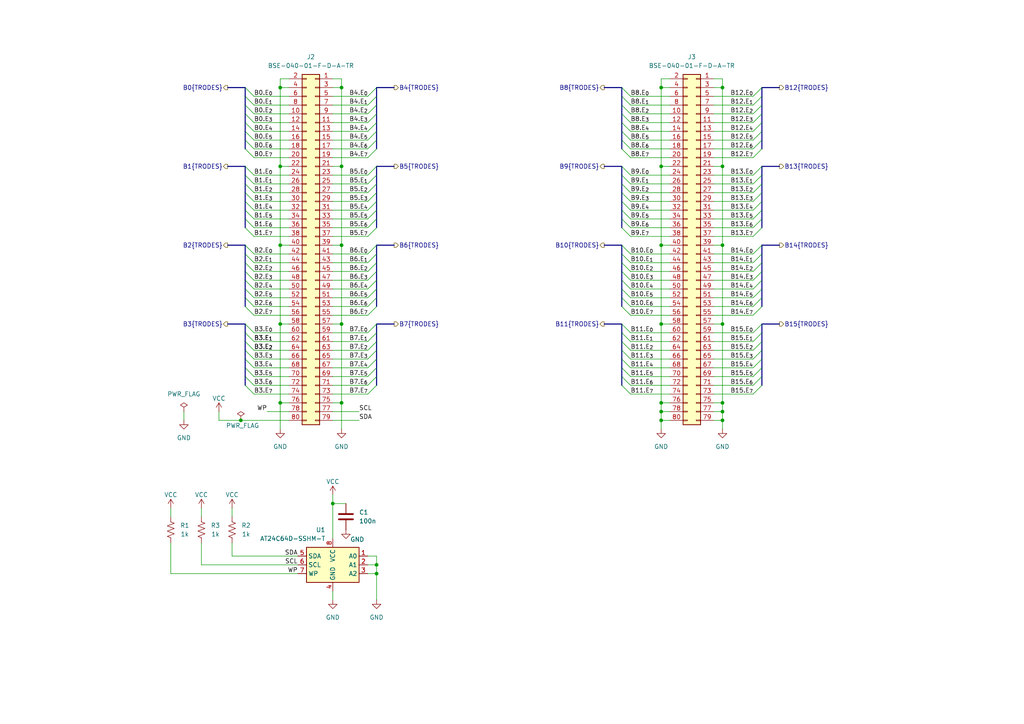
<source format=kicad_sch>
(kicad_sch (version 20250114) (generator "eeschema") (generator_version "9.0")
  (paper "A4")
  (title_block (title "Ephys Test Module - 128 Channel (Dual Hirose DF40C)") (date "2025-04-07") (rev "A") (company "Open Ephys, Inc."))
  (lib_symbols
    (symbol "Connector_Generic:Conn_02x40_Odd_Even" (pin_names (offset 1.016) (hide yes))
      (property "Reference" "J" (at 1.27 50.8 0))
      (property "Value" "Conn_02x40_Odd_Even" (at 1.27 -53.34 0))
      (symbol "Conn_02x40_Odd_Even_1_1"
        (pin passive line (at -5.08 48.26 0) (length 3.81) (name "Pin_1") (number "1"))
        (pin passive line (at -5.08 45.72 0) (length 3.81) (name "Pin_3") (number "3"))
        (pin passive line (at -5.08 43.18 0) (length 3.81) (name "Pin_5") (number "5"))
        (pin passive line (at -5.08 40.64 0) (length 3.81) (name "Pin_7") (number "7"))
        (pin passive line (at -5.08 38.1 0) (length 3.81) (name "Pin_9") (number "9"))
        (pin passive line (at -5.08 35.56 0) (length 3.81) (name "Pin_11") (number "11"))
        (pin passive line (at -5.08 33.02 0) (length 3.81) (name "Pin_13") (number "13"))
        (pin passive line (at -5.08 30.48 0) (length 3.81) (name "Pin_15") (number "15"))
        (pin passive line (at -5.08 27.94 0) (length 3.81) (name "Pin_17") (number "17"))
        (pin passive line (at -5.08 25.4 0) (length 3.81) (name "Pin_19") (number "19"))
        (pin passive line (at -5.08 22.86 0) (length 3.81) (name "Pin_21") (number "21"))
        (pin passive line (at -5.08 20.32 0) (length 3.81) (name "Pin_23") (number "23"))
        (pin passive line (at -5.08 17.78 0) (length 3.81) (name "Pin_25") (number "25"))
        (pin passive line (at -5.08 15.24 0) (length 3.81) (name "Pin_27") (number "27"))
        (pin passive line (at -5.08 12.7 0) (length 3.81) (name "Pin_29") (number "29"))
        (pin passive line (at -5.08 10.16 0) (length 3.81) (name "Pin_31") (number "31"))
        (pin passive line (at -5.08 7.62 0) (length 3.81) (name "Pin_33") (number "33"))
        (pin passive line (at -5.08 5.08 0) (length 3.81) (name "Pin_35") (number "35"))
        (pin passive line (at -5.08 2.54 0) (length 3.81) (name "Pin_37") (number "37"))
        (pin passive line (at -5.08 0 0) (length 3.81) (name "Pin_39") (number "39"))
        (pin passive line (at -5.08 -2.54 0) (length 3.81) (name "Pin_41") (number "41"))
        (pin passive line (at -5.08 -5.08 0) (length 3.81) (name "Pin_43") (number "43"))
        (pin passive line (at -5.08 -7.62 0) (length 3.81) (name "Pin_45") (number "45"))
        (pin passive line (at -5.08 -10.16 0) (length 3.81) (name "Pin_47") (number "47"))
        (pin passive line (at -5.08 -12.7 0) (length 3.81) (name "Pin_49") (number "49"))
        (pin passive line (at -5.08 -15.24 0) (length 3.81) (name "Pin_51") (number "51"))
        (pin passive line (at -5.08 -17.78 0) (length 3.81) (name "Pin_53") (number "53"))
        (pin passive line (at -5.08 -20.32 0) (length 3.81) (name "Pin_55") (number "55"))
        (pin passive line (at -5.08 -22.86 0) (length 3.81) (name "Pin_57") (number "57"))
        (pin passive line (at -5.08 -25.4 0) (length 3.81) (name "Pin_59") (number "59"))
        (pin passive line (at -5.08 -27.94 0) (length 3.81) (name "Pin_61") (number "61"))
        (pin passive line (at -5.08 -30.48 0) (length 3.81) (name "Pin_63") (number "63"))
        (pin passive line (at -5.08 -33.02 0) (length 3.81) (name "Pin_65") (number "65"))
        (pin passive line (at -5.08 -35.56 0) (length 3.81) (name "Pin_67") (number "67"))
        (pin passive line (at -5.08 -38.1 0) (length 3.81) (name "Pin_69") (number "69"))
        (pin passive line (at -5.08 -40.64 0) (length 3.81) (name "Pin_71") (number "71"))
        (pin passive line (at -5.08 -43.18 0) (length 3.81) (name "Pin_73") (number "73"))
        (pin passive line (at -5.08 -45.72 0) (length 3.81) (name "Pin_75") (number "75"))
        (pin passive line (at -5.08 -48.26 0) (length 3.81) (name "Pin_77") (number "77"))
        (pin passive line (at -5.08 -50.8 0) (length 3.81) (name "Pin_79") (number "79"))
        (pin passive line (at 7.62 48.26 180) (length 3.81) (name "Pin_2") (number "2"))
        (pin passive line (at 7.62 45.72 180) (length 3.81) (name "Pin_4") (number "4"))
        (pin passive line (at 7.62 43.18 180) (length 3.81) (name "Pin_6") (number "6"))
        (pin passive line (at 7.62 40.64 180) (length 3.81) (name "Pin_8") (number "8"))
        (pin passive line (at 7.62 38.1 180) (length 3.81) (name "Pin_10") (number "10"))
        (pin passive line (at 7.62 35.56 180) (length 3.81) (name "Pin_12") (number "12"))
        (pin passive line (at 7.62 33.02 180) (length 3.81) (name "Pin_14") (number "14"))
        (pin passive line (at 7.62 30.48 180) (length 3.81) (name "Pin_16") (number "16"))
        (pin passive line (at 7.62 27.94 180) (length 3.81) (name "Pin_18") (number "18"))
        (pin passive line (at 7.62 25.4 180) (length 3.81) (name "Pin_20") (number "20"))
        (pin passive line (at 7.62 22.86 180) (length 3.81) (name "Pin_22") (number "22"))
        (pin passive line (at 7.62 20.32 180) (length 3.81) (name "Pin_24") (number "24"))
        (pin passive line (at 7.62 17.78 180) (length 3.81) (name "Pin_26") (number "26"))
        (pin passive line (at 7.62 15.24 180) (length 3.81) (name "Pin_28") (number "28"))
        (pin passive line (at 7.62 12.7 180) (length 3.81) (name "Pin_30") (number "30"))
        (pin passive line (at 7.62 10.16 180) (length 3.81) (name "Pin_32") (number "32"))
        (pin passive line (at 7.62 7.62 180) (length 3.81) (name "Pin_34") (number "34"))
        (pin passive line (at 7.62 5.08 180) (length 3.81) (name "Pin_36") (number "36"))
        (pin passive line (at 7.62 2.54 180) (length 3.81) (name "Pin_38") (number "38"))
        (pin passive line (at 7.62 0 180) (length 3.81) (name "Pin_40") (number "40"))
        (pin passive line (at 7.62 -2.54 180) (length 3.81) (name "Pin_42") (number "42"))
        (pin passive line (at 7.62 -5.08 180) (length 3.81) (name "Pin_44") (number "44"))
        (pin passive line (at 7.62 -7.62 180) (length 3.81) (name "Pin_46") (number "46"))
        (pin passive line (at 7.62 -10.16 180) (length 3.81) (name "Pin_48") (number "48"))
        (pin passive line (at 7.62 -12.7 180) (length 3.81) (name "Pin_50") (number "50"))
        (pin passive line (at 7.62 -15.24 180) (length 3.81) (name "Pin_52") (number "52"))
        (pin passive line (at 7.62 -17.78 180) (length 3.81) (name "Pin_54") (number "54"))
        (pin passive line (at 7.62 -20.32 180) (length 3.81) (name "Pin_56") (number "56"))
        (pin passive line (at 7.62 -22.86 180) (length 3.81) (name "Pin_58") (number "58"))
        (pin passive line (at 7.62 -25.4 180) (length 3.81) (name "Pin_60") (number "60"))
        (pin passive line (at 7.62 -27.94 180) (length 3.81) (name "Pin_62") (number "62"))
        (pin passive line (at 7.62 -30.48 180) (length 3.81) (name "Pin_64") (number "64"))
        (pin passive line (at 7.62 -33.02 180) (length 3.81) (name "Pin_66") (number "66"))
        (pin passive line (at 7.62 -35.56 180) (length 3.81) (name "Pin_68") (number "68"))
        (pin passive line (at 7.62 -38.1 180) (length 3.81) (name "Pin_70") (number "70"))
        (pin passive line (at 7.62 -40.64 180) (length 3.81) (name "Pin_72") (number "72"))
        (pin passive line (at 7.62 -43.18 180) (length 3.81) (name "Pin_74") (number "74"))
        (pin passive line (at 7.62 -45.72 180) (length 3.81) (name "Pin_76") (number "76"))
        (pin passive line (at 7.62 -48.26 180) (length 3.81) (name "Pin_78") (number "78"))
        (pin passive line (at 7.62 -50.8 180) (length 3.81) (name "Pin_80") (number "80"))
      )
    )
    (symbol "Device:C" (pin_numbers (hide yes)) (pin_names (offset 0.254))
      (property "Reference" "C" (at 0.635 2.54 0))
      (property "Value" "C" (at 0.635 -2.54 0))
      (symbol "C_1_1"
        (pin passive line (at 0 3.81 270) (length 2.794) (name "~") (number "1"))
        (pin passive line (at 0 -3.81 90) (length 2.794) (name "~") (number "2"))
      )
    )
    (symbol "Device:R_US" (pin_numbers (hide yes)) (pin_names (offset 0))
      (property "Reference" "R" (at 2.54 0 90))
      (property "Value" "R_US" (at -2.54 0 90))
      (symbol "R_US_1_1"
        (pin passive line (at 0 3.81 270) (length 1.27) (name "~") (number "1"))
        (pin passive line (at 0 -3.81 90) (length 1.27) (name "~") (number "2"))
      )
    )
    (symbol "Memory_EEPROM:AT24CS01-SSHM"
      (property "Reference" "U" (at -7.62 6.35 0))
      (property "Value" "AT24CS01-SSHM" (at 2.54 -6.35 0))
      (symbol "AT24CS01-SSHM_1_1"
        (pin input line (at -10.16 2.54 0) (length 2.54) (name "A0") (number "1"))
        (pin input line (at -10.16 0 0) (length 2.54) (name "A1") (number "2"))
        (pin input line (at -10.16 -2.54 0) (length 2.54) (name "A2") (number "3"))
        (pin power_in line (at 0 7.62 270) (length 2.54) (name "VCC") (number "8"))
        (pin power_in line (at 0 -7.62 90) (length 2.54) (name "GND") (number "4"))
        (pin bidirectional line (at 10.16 2.54 180) (length 2.54) (name "SDA") (number "5"))
        (pin input line (at 10.16 0 180) (length 2.54) (name "SCL") (number "6"))
        (pin input line (at 10.16 -2.54 180) (length 2.54) (name "WP") (number "7"))
      )
    )
    (symbol "power:GND" (power) (pin_numbers (hide yes)) (pin_names (offset 0) (hide yes))
      (property "Value" "GND" (at 0 -3.81 0))
      (symbol "GND_1_1"
        (pin power_in line (at 0 0 270) (length 0) (name "~") (number "1"))
      )
    )
    (symbol "power:PWR_FLAG" (power) (pin_numbers (hide yes)) (pin_names (offset 0) (hide yes))
      (property "Value" "PWR_FLAG" (at 0 3.81 0))
      (symbol "PWR_FLAG_0_0"
        (pin power_out line (at 0 0 90) (length 0) (name "~") (number "1"))
      )
    )
    (symbol "power:VCC" (power) (pin_numbers (hide yes)) (pin_names (offset 0) (hide yes))
      (property "Value" "VCC" (at 0 3.556 0))
      (symbol "VCC_1_1"
        (pin power_in line (at 0 0 90) (length 0) (name "~") (number "1"))
      )
    )
  )
  (bus_alias "TRODES" (members "E_{0}" "E_{1}" "E_{2}" "E_{3}" "E_{4}" "E_{5}" "E_{6}" "E_{7}"))
  (junction (at 81.28 93.98))
  (junction (at 99.06 93.98))
  (junction (at 209.55 116.84))
  (junction (at 99.06 71.12))
  (junction (at 191.77 25.4))
  (junction (at 191.77 116.84))
  (junction (at 109.22 163.83))
  (junction (at 191.77 119.38))
  (junction (at 81.28 25.4))
  (junction (at 191.77 71.12))
  (junction (at 81.28 48.26))
  (junction (at 69.85 121.92))
  (junction (at 99.06 116.84))
  (junction (at 209.55 25.4))
  (junction (at 81.28 71.12))
  (junction (at 209.55 121.92))
  (junction (at 99.06 48.26))
  (junction (at 191.77 48.26))
  (junction (at 96.52 146.05))
  (junction (at 99.06 25.4))
  (junction (at 191.77 121.92))
  (junction (at 209.55 71.12))
  (junction (at 81.28 116.84))
  (junction (at 109.22 166.37))
  (junction (at 209.55 119.38))
  (junction (at 209.55 48.26))
  (junction (at 191.77 93.98))
  (junction (at 209.55 93.98))
  (bus_entry (at 71.12 96.52) (size 2.54 2.54))
  (bus_entry (at 220.98 106.68) (size -2.54 2.54))
  (bus_entry (at 109.22 104.14) (size -2.54 2.54))
  (bus_entry (at 109.22 88.9) (size -2.54 2.54))
  (bus_entry (at 220.98 40.64) (size -2.54 2.54))
  (bus_entry (at 220.98 58.42) (size -2.54 2.54))
  (bus_entry (at 71.12 93.98) (size 2.54 2.54))
  (bus_entry (at 109.22 58.42) (size -2.54 2.54))
  (bus_entry (at 220.98 63.5) (size -2.54 2.54))
  (bus_entry (at 180.34 99.06) (size 2.54 2.54))
  (bus_entry (at 180.34 33.02) (size 2.54 2.54))
  (bus_entry (at 71.12 66.04) (size 2.54 2.54))
  (bus_entry (at 220.98 25.4) (size -2.54 2.54))
  (bus_entry (at 109.22 83.82) (size -2.54 2.54))
  (bus_entry (at 180.34 25.4) (size 2.54 2.54))
  (bus_entry (at 220.98 50.8) (size -2.54 2.54))
  (bus_entry (at 180.34 43.18) (size 2.54 2.54))
  (bus_entry (at 109.22 30.48) (size -2.54 2.54))
  (bus_entry (at 220.98 35.56) (size -2.54 2.54))
  (bus_entry (at 109.22 40.64) (size -2.54 2.54))
  (bus_entry (at 180.34 58.42) (size 2.54 2.54))
  (bus_entry (at 180.34 60.96) (size 2.54 2.54))
  (bus_entry (at 180.34 71.12) (size 2.54 2.54))
  (bus_entry (at 180.34 88.9) (size 2.54 2.54))
  (bus_entry (at 180.34 48.26) (size 2.54 2.54))
  (bus_entry (at 109.22 86.36) (size -2.54 2.54))
  (bus_entry (at 109.22 53.34) (size -2.54 2.54))
  (bus_entry (at 109.22 93.98) (size -2.54 2.54))
  (bus_entry (at 220.98 86.36) (size -2.54 2.54))
  (bus_entry (at 180.34 104.14) (size 2.54 2.54))
  (bus_entry (at 71.12 76.2) (size 2.54 2.54))
  (bus_entry (at 180.34 109.22) (size 2.54 2.54))
  (bus_entry (at 109.22 43.18) (size -2.54 2.54))
  (bus_entry (at 180.34 73.66) (size 2.54 2.54))
  (bus_entry (at 71.12 38.1) (size 2.54 2.54))
  (bus_entry (at 71.12 50.8) (size 2.54 2.54))
  (bus_entry (at 180.34 27.94) (size 2.54 2.54))
  (bus_entry (at 109.22 35.56) (size -2.54 2.54))
  (bus_entry (at 220.98 27.94) (size -2.54 2.54))
  (bus_entry (at 180.34 78.74) (size 2.54 2.54))
  (bus_entry (at 180.34 50.8) (size 2.54 2.54))
  (bus_entry (at 71.12 99.06) (size 2.54 2.54))
  (bus_entry (at 220.98 99.06) (size -2.54 2.54))
  (bus_entry (at 220.98 76.2) (size -2.54 2.54))
  (bus_entry (at 71.12 25.4) (size 2.54 2.54))
  (bus_entry (at 109.22 78.74) (size -2.54 2.54))
  (bus_entry (at 220.98 101.6) (size -2.54 2.54))
  (bus_entry (at 109.22 73.66) (size -2.54 2.54))
  (bus_entry (at 71.12 63.5) (size 2.54 2.54))
  (bus_entry (at 220.98 88.9) (size -2.54 2.54))
  (bus_entry (at 109.22 27.94) (size -2.54 2.54))
  (bus_entry (at 180.34 93.98) (size 2.54 2.54))
  (bus_entry (at 109.22 60.96) (size -2.54 2.54))
  (bus_entry (at 109.22 55.88) (size -2.54 2.54))
  (bus_entry (at 180.34 53.34) (size 2.54 2.54))
  (bus_entry (at 71.12 43.18) (size 2.54 2.54))
  (bus_entry (at 180.34 83.82) (size 2.54 2.54))
  (bus_entry (at 71.12 88.9) (size 2.54 2.54))
  (bus_entry (at 220.98 66.04) (size -2.54 2.54))
  (bus_entry (at 180.34 66.04) (size 2.54 2.54))
  (bus_entry (at 109.22 76.2) (size -2.54 2.54))
  (bus_entry (at 109.22 106.68) (size -2.54 2.54))
  (bus_entry (at 71.12 81.28) (size 2.54 2.54))
  (bus_entry (at 71.12 35.56) (size 2.54 2.54))
  (bus_entry (at 180.34 106.68) (size 2.54 2.54))
  (bus_entry (at 71.12 40.64) (size 2.54 2.54))
  (bus_entry (at 109.22 71.12) (size -2.54 2.54))
  (bus_entry (at 71.12 48.26) (size 2.54 2.54))
  (bus_entry (at 109.22 111.76) (size -2.54 2.54))
  (bus_entry (at 71.12 111.76) (size 2.54 2.54))
  (bus_entry (at 109.22 25.4) (size -2.54 2.54))
  (bus_entry (at 71.12 83.82) (size 2.54 2.54))
  (bus_entry (at 220.98 53.34) (size -2.54 2.54))
  (bus_entry (at 109.22 81.28) (size -2.54 2.54))
  (bus_entry (at 71.12 58.42) (size 2.54 2.54))
  (bus_entry (at 220.98 30.48) (size -2.54 2.54))
  (bus_entry (at 71.12 27.94) (size 2.54 2.54))
  (bus_entry (at 109.22 50.8) (size -2.54 2.54))
  (bus_entry (at 220.98 73.66) (size -2.54 2.54))
  (bus_entry (at 109.22 109.22) (size -2.54 2.54))
  (bus_entry (at 71.12 71.12) (size 2.54 2.54))
  (bus_entry (at 109.22 101.6) (size -2.54 2.54))
  (bus_entry (at 220.98 83.82) (size -2.54 2.54))
  (bus_entry (at 180.34 40.64) (size 2.54 2.54))
  (bus_entry (at 180.34 81.28) (size 2.54 2.54))
  (bus_entry (at 109.22 63.5) (size -2.54 2.54))
  (bus_entry (at 180.34 55.88) (size 2.54 2.54))
  (bus_entry (at 220.98 33.02) (size -2.54 2.54))
  (bus_entry (at 220.98 93.98) (size -2.54 2.54))
  (bus_entry (at 180.34 38.1) (size 2.54 2.54))
  (bus_entry (at 220.98 111.76) (size -2.54 2.54))
  (bus_entry (at 220.98 38.1) (size -2.54 2.54))
  (bus_entry (at 220.98 96.52) (size -2.54 2.54))
  (bus_entry (at 71.12 60.96) (size 2.54 2.54))
  (bus_entry (at 71.12 86.36) (size 2.54 2.54))
  (bus_entry (at 109.22 33.02) (size -2.54 2.54))
  (bus_entry (at 220.98 60.96) (size -2.54 2.54))
  (bus_entry (at 109.22 66.04) (size -2.54 2.54))
  (bus_entry (at 220.98 78.74) (size -2.54 2.54))
  (bus_entry (at 180.34 96.52) (size 2.54 2.54))
  (bus_entry (at 71.12 78.74) (size 2.54 2.54))
  (bus_entry (at 180.34 101.6) (size 2.54 2.54))
  (bus_entry (at 71.12 30.48) (size 2.54 2.54))
  (bus_entry (at 71.12 53.34) (size 2.54 2.54))
  (bus_entry (at 220.98 55.88) (size -2.54 2.54))
  (bus_entry (at 180.34 111.76) (size 2.54 2.54))
  (bus_entry (at 71.12 101.6) (size 2.54 2.54))
  (bus_entry (at 180.34 35.56) (size 2.54 2.54))
  (bus_entry (at 180.34 63.5) (size 2.54 2.54))
  (bus_entry (at 180.34 86.36) (size 2.54 2.54))
  (bus_entry (at 109.22 99.06) (size -2.54 2.54))
  (bus_entry (at 220.98 48.26) (size -2.54 2.54))
  (bus_entry (at 220.98 104.14) (size -2.54 2.54))
  (bus_entry (at 220.98 71.12) (size -2.54 2.54))
  (bus_entry (at 220.98 109.22) (size -2.54 2.54))
  (bus_entry (at 109.22 38.1) (size -2.54 2.54))
  (bus_entry (at 71.12 106.68) (size 2.54 2.54))
  (bus_entry (at 71.12 55.88) (size 2.54 2.54))
  (bus_entry (at 71.12 104.14) (size 2.54 2.54))
  (bus_entry (at 220.98 43.18) (size -2.54 2.54))
  (bus_entry (at 71.12 109.22) (size 2.54 2.54))
  (bus_entry (at 109.22 96.52) (size -2.54 2.54))
  (bus_entry (at 180.34 30.48) (size 2.54 2.54))
  (bus_entry (at 71.12 33.02) (size 2.54 2.54))
  (bus_entry (at 109.22 48.26) (size -2.54 2.54))
  (bus_entry (at 71.12 73.66) (size 2.54 2.54))
  (bus_entry (at 220.98 81.28) (size -2.54 2.54))
  (bus_entry (at 180.34 76.2) (size 2.54 2.54))
  (wire (pts (xy 191.77 71.12) (xy 191.77 93.98)))
  (wire (pts (xy 96.52 83.82) (xy 106.68 83.82)))
  (wire (pts (xy 96.52 93.98) (xy 99.06 93.98)))
  (wire (pts (xy 73.66 55.88) (xy 83.82 55.88)))
  (wire (pts (xy 99.06 93.98) (xy 99.06 116.84)))
  (wire (pts (xy 191.77 119.38) (xy 191.77 121.92)))
  (bus (pts (xy 109.22 101.6) (xy 109.22 104.14)))
  (wire (pts (xy 207.01 83.82) (xy 218.44 83.82)))
  (wire (pts (xy 207.01 76.2) (xy 218.44 76.2)))
  (wire (pts (xy 182.88 114.3) (xy 194.31 114.3)))
  (bus (pts (xy 180.34 53.34) (xy 180.34 55.88)))
  (bus (pts (xy 71.12 40.64) (xy 71.12 43.18)))
  (wire (pts (xy 182.88 55.88) (xy 194.31 55.88)))
  (wire (pts (xy 182.88 38.1) (xy 194.31 38.1)))
  (bus (pts (xy 109.22 60.96) (xy 109.22 63.5)))
  (wire (pts (xy 191.77 71.12) (xy 194.31 71.12)))
  (wire (pts (xy 73.66 58.42) (xy 83.82 58.42)))
  (wire (pts (xy 96.52 76.2) (xy 106.68 76.2)))
  (bus (pts (xy 109.22 109.22) (xy 109.22 111.76)))
  (wire (pts (xy 209.55 116.84) (xy 209.55 119.38)))
  (bus (pts (xy 180.34 99.06) (xy 180.34 101.6)))
  (bus (pts (xy 180.34 83.82) (xy 180.34 86.36)))
  (wire (pts (xy 182.88 35.56) (xy 194.31 35.56)))
  (wire (pts (xy 207.01 22.86) (xy 209.55 22.86)))
  (wire (pts (xy 96.52 78.74) (xy 106.68 78.74)))
  (bus (pts (xy 220.98 81.28) (xy 220.98 83.82)))
  (bus (pts (xy 114.3 71.12) (xy 109.22 71.12)))
  (wire (pts (xy 182.88 58.42) (xy 194.31 58.42)))
  (wire (pts (xy 96.52 106.68) (xy 106.68 106.68)))
  (wire (pts (xy 191.77 121.92) (xy 191.77 124.46)))
  (wire (pts (xy 81.28 22.86) (xy 81.28 25.4)))
  (wire (pts (xy 96.52 38.1) (xy 106.68 38.1)))
  (wire (pts (xy 81.28 93.98) (xy 81.28 116.84)))
  (wire (pts (xy 207.01 27.94) (xy 218.44 27.94)))
  (wire (pts (xy 207.01 73.66) (xy 218.44 73.66)))
  (bus (pts (xy 71.12 76.2) (xy 71.12 78.74)))
  (wire (pts (xy 182.88 63.5) (xy 194.31 63.5)))
  (wire (pts (xy 96.52 99.06) (xy 106.68 99.06)))
  (bus (pts (xy 109.22 48.26) (xy 109.22 50.8)))
  (wire (pts (xy 207.01 71.12) (xy 209.55 71.12)))
  (wire (pts (xy 182.88 106.68) (xy 194.31 106.68)))
  (wire (pts (xy 73.66 81.28) (xy 83.82 81.28)))
  (bus (pts (xy 71.12 106.68) (xy 71.12 109.22)))
  (bus (pts (xy 71.12 58.42) (xy 71.12 60.96)))
  (wire (pts (xy 96.52 63.5) (xy 106.68 63.5)))
  (wire (pts (xy 207.01 106.68) (xy 218.44 106.68)))
  (wire (pts (xy 58.42 157.48) (xy 58.42 163.83)))
  (wire (pts (xy 191.77 25.4) (xy 191.77 48.26)))
  (wire (pts (xy 96.52 48.26) (xy 99.06 48.26)))
  (wire (pts (xy 182.88 104.14) (xy 194.31 104.14)))
  (bus (pts (xy 66.04 25.4) (xy 71.12 25.4)))
  (bus (pts (xy 226.06 25.4) (xy 220.98 25.4)))
  (wire (pts (xy 191.77 48.26) (xy 194.31 48.26)))
  (wire (pts (xy 96.52 66.04) (xy 106.68 66.04)))
  (wire (pts (xy 73.66 78.74) (xy 83.82 78.74)))
  (bus (pts (xy 180.34 58.42) (xy 180.34 60.96)))
  (wire (pts (xy 191.77 116.84) (xy 191.77 119.38)))
  (wire (pts (xy 81.28 71.12) (xy 83.82 71.12)))
  (wire (pts (xy 73.66 33.02) (xy 83.82 33.02)))
  (bus (pts (xy 71.12 50.8) (xy 71.12 53.34)))
  (wire (pts (xy 182.88 33.02) (xy 194.31 33.02)))
  (wire (pts (xy 96.52 111.76) (xy 106.68 111.76)))
  (bus (pts (xy 220.98 63.5) (xy 220.98 66.04)))
  (wire (pts (xy 106.68 163.83) (xy 109.22 163.83)))
  (wire (pts (xy 182.88 50.8) (xy 194.31 50.8)))
  (bus (pts (xy 109.22 73.66) (xy 109.22 76.2)))
  (wire (pts (xy 182.88 86.36) (xy 194.31 86.36)))
  (bus (pts (xy 180.34 25.4) (xy 180.34 27.94)))
  (wire (pts (xy 209.55 93.98) (xy 209.55 116.84)))
  (bus (pts (xy 109.22 30.48) (xy 109.22 33.02)))
  (bus (pts (xy 226.06 48.26) (xy 220.98 48.26)))
  (wire (pts (xy 81.28 25.4) (xy 81.28 48.26)))
  (bus (pts (xy 180.34 93.98) (xy 180.34 96.52)))
  (wire (pts (xy 96.52 50.8) (xy 106.68 50.8)))
  (bus (pts (xy 66.04 93.98) (xy 71.12 93.98)))
  (wire (pts (xy 73.66 114.3) (xy 83.82 114.3)))
  (wire (pts (xy 96.52 88.9) (xy 106.68 88.9)))
  (bus (pts (xy 220.98 73.66) (xy 220.98 76.2)))
  (bus (pts (xy 71.12 55.88) (xy 71.12 58.42)))
  (wire (pts (xy 96.52 25.4) (xy 99.06 25.4)))
  (bus (pts (xy 109.22 35.56) (xy 109.22 38.1)))
  (wire (pts (xy 73.66 76.2) (xy 83.82 76.2)))
  (wire (pts (xy 96.52 43.18) (xy 106.68 43.18)))
  (wire (pts (xy 73.66 101.6) (xy 83.82 101.6)))
  (bus (pts (xy 109.22 106.68) (xy 109.22 109.22)))
  (wire (pts (xy 182.88 43.18) (xy 194.31 43.18)))
  (bus (pts (xy 109.22 81.28) (xy 109.22 83.82)))
  (bus (pts (xy 180.34 55.88) (xy 180.34 58.42)))
  (wire (pts (xy 73.66 53.34) (xy 83.82 53.34)))
  (wire (pts (xy 73.66 68.58) (xy 83.82 68.58)))
  (wire (pts (xy 53.34 119.38) (xy 53.34 121.92)))
  (wire (pts (xy 96.52 104.14) (xy 106.68 104.14)))
  (wire (pts (xy 207.01 58.42) (xy 218.44 58.42)))
  (bus (pts (xy 109.22 104.14) (xy 109.22 106.68)))
  (wire (pts (xy 96.52 53.34) (xy 106.68 53.34)))
  (wire (pts (xy 96.52 96.52) (xy 106.68 96.52)))
  (wire (pts (xy 96.52 40.64) (xy 106.68 40.64)))
  (wire (pts (xy 96.52 114.3) (xy 106.68 114.3)))
  (wire (pts (xy 207.01 68.58) (xy 218.44 68.58)))
  (bus (pts (xy 220.98 27.94) (xy 220.98 30.48)))
  (bus (pts (xy 109.22 33.02) (xy 109.22 35.56)))
  (wire (pts (xy 207.01 109.22) (xy 218.44 109.22)))
  (wire (pts (xy 96.52 33.02) (xy 106.68 33.02)))
  (wire (pts (xy 73.66 109.22) (xy 83.82 109.22)))
  (wire (pts (xy 73.66 43.18) (xy 83.82 43.18)))
  (bus (pts (xy 180.34 73.66) (xy 180.34 76.2)))
  (bus (pts (xy 71.12 73.66) (xy 71.12 76.2)))
  (wire (pts (xy 182.88 68.58) (xy 194.31 68.58)))
  (wire (pts (xy 73.66 27.94) (xy 83.82 27.94)))
  (bus (pts (xy 109.22 40.64) (xy 109.22 43.18)))
  (wire (pts (xy 73.66 40.64) (xy 83.82 40.64)))
  (wire (pts (xy 83.82 116.84) (xy 81.28 116.84)))
  (bus (pts (xy 109.22 55.88) (xy 109.22 58.42)))
  (wire (pts (xy 49.53 166.37) (xy 86.36 166.37)))
  (wire (pts (xy 73.66 91.44) (xy 83.82 91.44)))
  (bus (pts (xy 71.12 71.12) (xy 71.12 73.66)))
  (wire (pts (xy 58.42 147.32) (xy 58.42 149.86)))
  (bus (pts (xy 109.22 53.34) (xy 109.22 55.88)))
  (bus (pts (xy 109.22 27.94) (xy 109.22 30.48)))
  (wire (pts (xy 209.55 48.26) (xy 209.55 71.12)))
  (bus (pts (xy 180.34 104.14) (xy 180.34 106.68)))
  (wire (pts (xy 63.5 121.92) (xy 63.5 119.38)))
  (bus (pts (xy 180.34 71.12) (xy 180.34 73.66)))
  (wire (pts (xy 182.88 45.72) (xy 194.31 45.72)))
  (wire (pts (xy 96.52 146.05) (xy 100.33 146.05)))
  (bus (pts (xy 220.98 60.96) (xy 220.98 63.5)))
  (bus (pts (xy 180.34 109.22) (xy 180.34 111.76)))
  (bus (pts (xy 71.12 27.94) (xy 71.12 30.48)))
  (bus (pts (xy 114.3 25.4) (xy 109.22 25.4)))
  (wire (pts (xy 73.66 96.52) (xy 83.82 96.52)))
  (wire (pts (xy 81.28 48.26) (xy 81.28 71.12)))
  (wire (pts (xy 49.53 166.37) (xy 49.53 157.48)))
  (wire (pts (xy 209.55 121.92) (xy 209.55 124.46)))
  (wire (pts (xy 96.52 68.58) (xy 106.68 68.58)))
  (bus (pts (xy 175.26 48.26) (xy 180.34 48.26)))
  (wire (pts (xy 73.66 30.48) (xy 83.82 30.48)))
  (bus (pts (xy 114.3 93.98) (xy 109.22 93.98)))
  (wire (pts (xy 182.88 76.2) (xy 194.31 76.2)))
  (bus (pts (xy 180.34 86.36) (xy 180.34 88.9)))
  (wire (pts (xy 207.01 40.64) (xy 218.44 40.64)))
  (bus (pts (xy 71.12 104.14) (xy 71.12 106.68)))
  (bus (pts (xy 71.12 60.96) (xy 71.12 63.5)))
  (wire (pts (xy 207.01 119.38) (xy 209.55 119.38)))
  (bus (pts (xy 180.34 30.48) (xy 180.34 33.02)))
  (wire (pts (xy 209.55 119.38) (xy 209.55 121.92)))
  (wire (pts (xy 96.52 27.94) (xy 106.68 27.94)))
  (bus (pts (xy 71.12 48.26) (xy 71.12 50.8)))
  (bus (pts (xy 180.34 27.94) (xy 180.34 30.48)))
  (wire (pts (xy 73.66 60.96) (xy 83.82 60.96)))
  (bus (pts (xy 109.22 25.4) (xy 109.22 27.94)))
  (wire (pts (xy 191.77 121.92) (xy 194.31 121.92)))
  (bus (pts (xy 71.12 30.48) (xy 71.12 33.02)))
  (wire (pts (xy 96.52 81.28) (xy 106.68 81.28)))
  (bus (pts (xy 71.12 63.5) (xy 71.12 66.04)))
  (bus (pts (xy 220.98 30.48) (xy 220.98 33.02)))
  (wire (pts (xy 191.77 25.4) (xy 194.31 25.4)))
  (wire (pts (xy 207.01 35.56) (xy 218.44 35.56)))
  (wire (pts (xy 96.52 121.92) (xy 104.14 121.92)))
  (bus (pts (xy 180.34 63.5) (xy 180.34 66.04)))
  (wire (pts (xy 73.66 111.76) (xy 83.82 111.76)))
  (wire (pts (xy 207.01 81.28) (xy 218.44 81.28)))
  (wire (pts (xy 207.01 43.18) (xy 218.44 43.18)))
  (bus (pts (xy 220.98 55.88) (xy 220.98 58.42)))
  (wire (pts (xy 77.47 119.38) (xy 83.82 119.38)))
  (wire (pts (xy 73.66 106.68) (xy 83.82 106.68)))
  (bus (pts (xy 109.22 58.42) (xy 109.22 60.96)))
  (bus (pts (xy 66.04 48.26) (xy 71.12 48.26)))
  (bus (pts (xy 109.22 86.36) (xy 109.22 88.9)))
  (bus (pts (xy 109.22 93.98) (xy 109.22 96.52)))
  (wire (pts (xy 69.85 121.92) (xy 63.5 121.92)))
  (wire (pts (xy 73.66 50.8) (xy 83.82 50.8)))
  (wire (pts (xy 58.42 163.83) (xy 86.36 163.83)))
  (wire (pts (xy 207.01 33.02) (xy 218.44 33.02)))
  (bus (pts (xy 226.06 93.98) (xy 220.98 93.98)))
  (wire (pts (xy 109.22 161.29) (xy 109.22 163.83)))
  (bus (pts (xy 71.12 35.56) (xy 71.12 38.1)))
  (bus (pts (xy 71.12 109.22) (xy 71.12 111.76)))
  (wire (pts (xy 81.28 116.84) (xy 81.28 124.46)))
  (wire (pts (xy 207.01 96.52) (xy 218.44 96.52)))
  (bus (pts (xy 175.26 71.12) (xy 180.34 71.12)))
  (wire (pts (xy 191.77 22.86) (xy 191.77 25.4)))
  (bus (pts (xy 220.98 106.68) (xy 220.98 109.22)))
  (wire (pts (xy 73.66 66.04) (xy 83.82 66.04)))
  (wire (pts (xy 96.52 119.38) (xy 104.14 119.38)))
  (wire (pts (xy 207.01 50.8) (xy 218.44 50.8)))
  (wire (pts (xy 207.01 121.92) (xy 209.55 121.92)))
  (wire (pts (xy 207.01 78.74) (xy 218.44 78.74)))
  (bus (pts (xy 220.98 109.22) (xy 220.98 111.76)))
  (bus (pts (xy 109.22 96.52) (xy 109.22 99.06)))
  (wire (pts (xy 73.66 38.1) (xy 83.82 38.1)))
  (wire (pts (xy 207.01 66.04) (xy 218.44 66.04)))
  (bus (pts (xy 175.26 93.98) (xy 180.34 93.98)))
  (wire (pts (xy 194.31 22.86) (xy 191.77 22.86)))
  (wire (pts (xy 207.01 104.14) (xy 218.44 104.14)))
  (wire (pts (xy 182.88 53.34) (xy 194.31 53.34)))
  (wire (pts (xy 207.01 88.9) (xy 218.44 88.9)))
  (wire (pts (xy 73.66 63.5) (xy 83.82 63.5)))
  (bus (pts (xy 109.22 83.82) (xy 109.22 86.36)))
  (bus (pts (xy 109.22 76.2) (xy 109.22 78.74)))
  (bus (pts (xy 109.22 63.5) (xy 109.22 66.04)))
  (bus (pts (xy 220.98 33.02) (xy 220.98 35.56)))
  (wire (pts (xy 207.01 114.3) (xy 218.44 114.3)))
  (wire (pts (xy 207.01 86.36) (xy 218.44 86.36)))
  (wire (pts (xy 96.52 35.56) (xy 106.68 35.56)))
  (bus (pts (xy 220.98 86.36) (xy 220.98 88.9)))
  (bus (pts (xy 220.98 53.34) (xy 220.98 55.88)))
  (wire (pts (xy 96.52 146.05) (xy 96.52 156.21)))
  (wire (pts (xy 191.77 48.26) (xy 191.77 71.12)))
  (wire (pts (xy 182.88 60.96) (xy 194.31 60.96)))
  (bus (pts (xy 180.34 96.52) (xy 180.34 99.06)))
  (bus (pts (xy 71.12 33.02) (xy 71.12 35.56)))
  (bus (pts (xy 220.98 48.26) (xy 220.98 50.8)))
  (wire (pts (xy 81.28 71.12) (xy 81.28 93.98)))
  (wire (pts (xy 191.77 119.38) (xy 194.31 119.38)))
  (wire (pts (xy 207.01 48.26) (xy 209.55 48.26)))
  (wire (pts (xy 191.77 116.84) (xy 194.31 116.84)))
  (wire (pts (xy 69.85 121.92) (xy 83.82 121.92)))
  (wire (pts (xy 207.01 55.88) (xy 218.44 55.88)))
  (bus (pts (xy 71.12 83.82) (xy 71.12 86.36)))
  (wire (pts (xy 191.77 93.98) (xy 191.77 116.84)))
  (wire (pts (xy 96.52 60.96) (xy 106.68 60.96)))
  (bus (pts (xy 220.98 101.6) (xy 220.98 104.14)))
  (wire (pts (xy 191.77 93.98) (xy 194.31 93.98)))
  (wire (pts (xy 207.01 63.5) (xy 218.44 63.5)))
  (wire (pts (xy 106.68 166.37) (xy 109.22 166.37)))
  (bus (pts (xy 109.22 71.12) (xy 109.22 73.66)))
  (wire (pts (xy 96.52 22.86) (xy 99.06 22.86)))
  (wire (pts (xy 83.82 22.86) (xy 81.28 22.86)))
  (wire (pts (xy 182.88 66.04) (xy 194.31 66.04)))
  (bus (pts (xy 220.98 35.56) (xy 220.98 38.1)))
  (bus (pts (xy 66.04 71.12) (xy 71.12 71.12)))
  (wire (pts (xy 207.01 99.06) (xy 218.44 99.06)))
  (wire (pts (xy 207.01 30.48) (xy 218.44 30.48)))
  (wire (pts (xy 67.31 147.32) (xy 67.31 149.86)))
  (wire (pts (xy 96.52 86.36) (xy 106.68 86.36)))
  (bus (pts (xy 220.98 38.1) (xy 220.98 40.64)))
  (bus (pts (xy 180.34 48.26) (xy 180.34 50.8)))
  (wire (pts (xy 49.53 147.32) (xy 49.53 149.86)))
  (bus (pts (xy 180.34 78.74) (xy 180.34 81.28)))
  (wire (pts (xy 182.88 40.64) (xy 194.31 40.64)))
  (bus (pts (xy 220.98 58.42) (xy 220.98 60.96)))
  (wire (pts (xy 109.22 166.37) (xy 109.22 173.99)))
  (wire (pts (xy 207.01 60.96) (xy 218.44 60.96)))
  (bus (pts (xy 175.26 25.4) (xy 180.34 25.4)))
  (wire (pts (xy 209.55 25.4) (xy 209.55 48.26)))
  (bus (pts (xy 71.12 93.98) (xy 71.12 96.52)))
  (bus (pts (xy 220.98 50.8) (xy 220.98 53.34)))
  (bus (pts (xy 71.12 99.06) (xy 71.12 101.6)))
  (bus (pts (xy 180.34 38.1) (xy 180.34 40.64)))
  (bus (pts (xy 220.98 99.06) (xy 220.98 101.6)))
  (wire (pts (xy 96.52 143.51) (xy 96.52 146.05)))
  (wire (pts (xy 73.66 35.56) (xy 83.82 35.56)))
  (wire (pts (xy 182.88 81.28) (xy 194.31 81.28)))
  (wire (pts (xy 73.66 88.9) (xy 83.82 88.9)))
  (wire (pts (xy 182.88 88.9) (xy 194.31 88.9)))
  (wire (pts (xy 73.66 73.66) (xy 83.82 73.66)))
  (wire (pts (xy 96.52 30.48) (xy 106.68 30.48)))
  (bus (pts (xy 71.12 81.28) (xy 71.12 83.82)))
  (bus (pts (xy 71.12 96.52) (xy 71.12 99.06)))
  (wire (pts (xy 67.31 157.48) (xy 67.31 161.29)))
  (wire (pts (xy 96.52 171.45) (xy 96.52 173.99)))
  (bus (pts (xy 220.98 104.14) (xy 220.98 106.68)))
  (bus (pts (xy 180.34 33.02) (xy 180.34 35.56)))
  (wire (pts (xy 182.88 111.76) (xy 194.31 111.76)))
  (wire (pts (xy 207.01 111.76) (xy 218.44 111.76)))
  (wire (pts (xy 81.28 48.26) (xy 83.82 48.26)))
  (wire (pts (xy 73.66 86.36) (xy 83.82 86.36)))
  (bus (pts (xy 109.22 50.8) (xy 109.22 53.34)))
  (wire (pts (xy 96.52 58.42) (xy 106.68 58.42)))
  (bus (pts (xy 180.34 101.6) (xy 180.34 104.14)))
  (wire (pts (xy 207.01 93.98) (xy 209.55 93.98)))
  (wire (pts (xy 96.52 91.44) (xy 106.68 91.44)))
  (wire (pts (xy 182.88 91.44) (xy 194.31 91.44)))
  (wire (pts (xy 182.88 78.74) (xy 194.31 78.74)))
  (wire (pts (xy 182.88 96.52) (xy 194.31 96.52)))
  (bus (pts (xy 71.12 86.36) (xy 71.12 88.9)))
  (wire (pts (xy 73.66 99.06) (xy 83.82 99.06)))
  (bus (pts (xy 220.98 76.2) (xy 220.98 78.74)))
  (bus (pts (xy 220.98 25.4) (xy 220.98 27.94)))
  (bus (pts (xy 71.12 101.6) (xy 71.12 104.14)))
  (wire (pts (xy 96.52 109.22) (xy 106.68 109.22)))
  (wire (pts (xy 73.66 45.72) (xy 83.82 45.72)))
  (bus (pts (xy 180.34 60.96) (xy 180.34 63.5)))
  (bus (pts (xy 220.98 40.64) (xy 220.98 43.18)))
  (wire (pts (xy 99.06 22.86) (xy 99.06 25.4)))
  (wire (pts (xy 209.55 71.12) (xy 209.55 93.98)))
  (wire (pts (xy 207.01 116.84) (xy 209.55 116.84)))
  (wire (pts (xy 73.66 83.82) (xy 83.82 83.82)))
  (wire (pts (xy 209.55 22.86) (xy 209.55 25.4)))
  (bus (pts (xy 180.34 35.56) (xy 180.34 38.1)))
  (wire (pts (xy 207.01 53.34) (xy 218.44 53.34)))
  (bus (pts (xy 220.98 96.52) (xy 220.98 99.06)))
  (wire (pts (xy 182.88 30.48) (xy 194.31 30.48)))
  (bus (pts (xy 109.22 78.74) (xy 109.22 81.28)))
  (wire (pts (xy 182.88 101.6) (xy 194.31 101.6)))
  (wire (pts (xy 81.28 25.4) (xy 83.82 25.4)))
  (bus (pts (xy 114.3 48.26) (xy 109.22 48.26)))
  (wire (pts (xy 99.06 116.84) (xy 99.06 124.46)))
  (wire (pts (xy 67.31 161.29) (xy 86.36 161.29)))
  (wire (pts (xy 73.66 104.14) (xy 83.82 104.14)))
  (wire (pts (xy 99.06 71.12) (xy 99.06 93.98)))
  (bus (pts (xy 109.22 38.1) (xy 109.22 40.64)))
  (wire (pts (xy 106.68 161.29) (xy 109.22 161.29)))
  (bus (pts (xy 180.34 40.64) (xy 180.34 43.18)))
  (bus (pts (xy 220.98 78.74) (xy 220.98 81.28)))
  (wire (pts (xy 207.01 91.44) (xy 218.44 91.44)))
  (wire (pts (xy 207.01 38.1) (xy 218.44 38.1)))
  (wire (pts (xy 96.52 116.84) (xy 99.06 116.84)))
  (bus (pts (xy 71.12 25.4) (xy 71.12 27.94)))
  (bus (pts (xy 180.34 81.28) (xy 180.34 83.82)))
  (wire (pts (xy 96.52 71.12) (xy 99.06 71.12)))
  (bus (pts (xy 180.34 76.2) (xy 180.34 78.74)))
  (wire (pts (xy 99.06 48.26) (xy 99.06 71.12)))
  (wire (pts (xy 109.22 163.83) (xy 109.22 166.37)))
  (wire (pts (xy 96.52 73.66) (xy 106.68 73.66)))
  (wire (pts (xy 207.01 45.72) (xy 218.44 45.72)))
  (bus (pts (xy 220.98 71.12) (xy 220.98 73.66)))
  (bus (pts (xy 220.98 83.82) (xy 220.98 86.36)))
  (wire (pts (xy 182.88 27.94) (xy 194.31 27.94)))
  (wire (pts (xy 96.52 55.88) (xy 106.68 55.88)))
  (wire (pts (xy 207.01 25.4) (xy 209.55 25.4)))
  (bus (pts (xy 226.06 71.12) (xy 220.98 71.12)))
  (wire (pts (xy 96.52 45.72) (xy 106.68 45.72)))
  (wire (pts (xy 182.88 99.06) (xy 194.31 99.06)))
  (bus (pts (xy 109.22 99.06) (xy 109.22 101.6)))
  (wire (pts (xy 207.01 101.6) (xy 218.44 101.6)))
  (bus (pts (xy 180.34 50.8) (xy 180.34 53.34)))
  (bus (pts (xy 71.12 78.74) (xy 71.12 81.28)))
  (wire (pts (xy 96.52 101.6) (xy 106.68 101.6)))
  (wire (pts (xy 99.06 25.4) (xy 99.06 48.26)))
  (bus (pts (xy 71.12 38.1) (xy 71.12 40.64)))
  (wire (pts (xy 81.28 93.98) (xy 83.82 93.98)))
  (bus (pts (xy 220.98 93.98) (xy 220.98 96.52)))
  (wire (pts (xy 182.88 109.22) (xy 194.31 109.22)))
  (bus (pts (xy 180.34 106.68) (xy 180.34 109.22)))
  (bus (pts (xy 71.12 53.34) (xy 71.12 55.88)))
  (wire (pts (xy 182.88 83.82) (xy 194.31 83.82)))
  (wire (pts (xy 182.88 73.66) (xy 194.31 73.66)))
  (label "B14.E_{5}" (at 218.44 86.36 180))
  (label "B12.E_{5}" (at 218.44 40.64 180))
  (label "B4.E_{3}" (at 106.68 35.56 180))
  (label "B13.E_{3}" (at 218.44 58.42 180))
  (label "B5.E_{5}" (at 106.68 63.5 180))
  (label "B3.E_{1}" (at 73.66 99.06 0))
  (label "B3.E_{6}" (at 73.66 111.76 0))
  (label "B7.E_{7}" (at 106.68 114.3 180))
  (label "B15.E_{7}" (at 218.44 114.3 180))
  (label "B0.E_{1}" (at 73.66 30.48 0))
  (label "B9.E_{0}" (at 182.88 50.8 0))
  (label "B15.E_{2}" (at 218.44 101.6 180))
  (label "B9.E_{1}" (at 182.88 53.34 0))
  (label "B0.E_{0}" (at 73.66 27.94 0))
  (label "B14.E_{7}" (at 218.44 91.44 180))
  (label "B4.E_{0}" (at 106.68 27.94 180))
  (label "B9.E_{6}" (at 182.88 66.04 0))
  (label "B6.E_{3}" (at 106.68 81.28 180))
  (label "B8.E_{3}" (at 182.88 35.56 0))
  (label "B0.E_{4}" (at 73.66 38.1 0))
  (label "B3.E_{7}" (at 73.66 114.3 0))
  (label "B8.E_{5}" (at 182.88 40.64 0))
  (label "B3.E_{5}" (at 73.66 109.22 0))
  (label "B15.E_{4}" (at 218.44 106.68 180))
  (label "SCL" (at 104.14 119.38 0))
  (label "B13.E_{7}" (at 218.44 68.58 180))
  (label "B12.E_{6}" (at 218.44 43.18 180))
  (label "B5.E_{6}" (at 106.68 66.04 180))
  (label "B5.E_{7}" (at 106.68 68.58 180))
  (label "B7.E_{4}" (at 106.68 106.68 180))
  (label "B2.E_{4}" (at 73.66 83.82 0))
  (label "B6.E_{1}" (at 106.68 76.2 180))
  (label "B6.E_{5}" (at 106.68 86.36 180))
  (label "B9.E_{7}" (at 182.88 68.58 0))
  (label "B2.E_{2}" (at 73.66 78.74 0))
  (label "B1.E_{6}" (at 73.66 66.04 0))
  (label "B10.E_{5}" (at 182.88 86.36 0))
  (label "B9.E_{5}" (at 182.88 63.5 0))
  (label "B8.E_{7}" (at 182.88 45.72 0))
  (label "B13.E_{0}" (at 218.44 50.8 180))
  (label "B7.E_{3}" (at 106.68 104.14 180))
  (label "B7.E_{0}" (at 106.68 96.52 180))
  (label "B6.E_{2}" (at 106.68 78.74 180))
  (label "B12.E_{1}" (at 218.44 30.48 180))
  (label "B5.E_{4}" (at 106.68 60.96 180))
  (label "B15.E_{1}" (at 218.44 99.06 180))
  (label "WP" (at 86.36 166.37 180))
  (label "B2.E_{1}" (at 73.66 76.2 0))
  (label "B11.E_{7}" (at 182.88 114.3 0))
  (label "B9.E_{2}" (at 182.88 55.88 0))
  (label "B0.E_{6}" (at 73.66 43.18 0))
  (label "B1.E_{4}" (at 73.66 60.96 0))
  (label "B14.E_{4}" (at 218.44 83.82 180))
  (label "B3.E_{0}" (at 73.66 96.52 0))
  (label "B12.E_{2}" (at 218.44 33.02 180))
  (label "B11.E_{0}" (at 182.88 96.52 0))
  (label "B3.E_{2}" (at 73.66 101.6 0))
  (label "B14.E_{0}" (at 218.44 73.66 180))
  (label "WP" (at 77.47 119.38 180))
  (label "B11.E_{2}" (at 182.88 101.6 0))
  (label "B2.E_{5}" (at 73.66 86.36 0))
  (label "B1.E_{5}" (at 73.66 63.5 0))
  (label "B11.E_{5}" (at 182.88 109.22 0))
  (label "B1.E_{1}" (at 73.66 53.34 0))
  (label "B5.E_{3}" (at 106.68 58.42 180))
  (label "B10.E_{6}" (at 182.88 88.9 0))
  (label "B8.E_{1}" (at 182.88 30.48 0))
  (label "B8.E_{2}" (at 182.88 33.02 0))
  (label "B13.E_{2}" (at 218.44 55.88 180))
  (label "B2.E_{7}" (at 73.66 91.44 0))
  (label "B4.E_{5}" (at 106.68 40.64 180))
  (label "B13.E_{1}" (at 218.44 53.34 180))
  (label "B13.E_{6}" (at 218.44 66.04 180))
  (label "B11.E_{3}" (at 182.88 104.14 0))
  (label "B1.E_{7}" (at 73.66 68.58 0))
  (label "SDA" (at 86.36 161.29 180))
  (label "B14.E_{6}" (at 218.44 88.9 180))
  (label "B12.E_{0}" (at 218.44 27.94 180))
  (label "B5.E_{1}" (at 106.68 53.34 180))
  (label "B3.E_{4}" (at 73.66 106.68 0))
  (label "B4.E_{4}" (at 106.68 38.1 180))
  (label "B15.E_{5}" (at 218.44 109.22 180))
  (label "B14.E_{2}" (at 218.44 78.74 180))
  (label "B15.E_{6}" (at 218.44 111.76 180))
  (label "B10.E_{7}" (at 182.88 91.44 0))
  (label "B0.E_{5}" (at 73.66 40.64 0))
  (label "B10.E_{0}" (at 182.88 73.66 0))
  (label "B3.E_{3}" (at 73.66 104.14 0))
  (label "B4.E_{2}" (at 106.68 33.02 180))
  (label "B12.E_{7}" (at 218.44 45.72 180))
  (label "B2.E_{0}" (at 73.66 73.66 0))
  (label "B13.E_{4}" (at 218.44 60.96 180))
  (label "B4.E_{7}" (at 106.68 45.72 180))
  (label "B12.E_{4}" (at 218.44 38.1 180))
  (label "B6.E_{4}" (at 106.68 83.82 180))
  (label "B2.E_{6}" (at 73.66 88.9 0))
  (label "B1.E_{0}" (at 73.66 50.8 0))
  (label "B4.E_{1}" (at 106.68 30.48 180))
  (label "B10.E_{1}" (at 182.88 76.2 0))
  (label "B14.E_{1}" (at 218.44 76.2 180))
  (label "B1.E_{2}" (at 73.66 55.88 0))
  (label "B1.E_{3}" (at 73.66 58.42 0))
  (label "B10.E_{3}" (at 182.88 81.28 0))
  (label "B0.E_{3}" (at 73.66 35.56 0))
  (label "B5.E_{0}" (at 106.68 50.8 180))
  (label "B15.E_{3}" (at 218.44 104.14 180))
  (label "B2.E_{3}" (at 73.66 81.28 0))
  (label "B11.E_{1}" (at 182.88 99.06 0))
  (label "B9.E_{3}" (at 182.88 58.42 0))
  (label "SDA" (at 104.14 121.92 0))
  (label "B0.E_{2}" (at 73.66 33.02 0))
  (label "B8.E_{4}" (at 182.88 38.1 0))
  (label "B0.E_{7}" (at 73.66 45.72 0))
  (label "B10.E_{4}" (at 182.88 83.82 0))
  (label "B8.E_{0}" (at 182.88 27.94 0))
  (label "B3.E_{2}" (at 73.66 101.6 0))
  (label "B11.E_{6}" (at 182.88 111.76 0))
  (label "B7.E_{2}" (at 106.68 101.6 180))
  (label "B13.E_{5}" (at 218.44 63.5 180))
  (label "B9.E_{4}" (at 182.88 60.96 0))
  (label "B11.E_{4}" (at 182.88 106.68 0))
  (label "B7.E_{1}" (at 106.68 99.06 180))
  (label "B6.E_{0}" (at 106.68 73.66 180))
  (label "B8.E_{6}" (at 182.88 43.18 0))
  (label "B3.E_{1}" (at 73.66 99.06 0))
  (label "SCL" (at 86.36 163.83 180))
  (label "B10.E_{2}" (at 182.88 78.74 0))
  (label "B12.E_{3}" (at 218.44 35.56 180))
  (label "B14.E_{3}" (at 218.44 81.28 180))
  (label "B7.E_{5}" (at 106.68 109.22 180))
  (label "B6.E_{6}" (at 106.68 88.9 180))
  (label "B7.E_{6}" (at 106.68 111.76 180))
  (label "B15.E_{0}" (at 218.44 96.52 180))
  (label "B5.E_{2}" (at 106.68 55.88 180))
  (label "B4.E_{6}" (at 106.68 43.18 180))
  (label "B6.E_{7}" (at 106.68 91.44 180))
  (hierarchical_label "B0{TRODES}" (shape output) (at 66.04 25.4 180))
  (hierarchical_label "B6{TRODES}" (shape output) (at 114.3 71.12 0))
  (hierarchical_label "B4{TRODES}" (shape output) (at 114.3 25.4 0))
  (hierarchical_label "B15{TRODES}" (shape output) (at 226.06 93.98 0))
  (hierarchical_label "B14{TRODES}" (shape output) (at 226.06 71.12 0))
  (hierarchical_label "B2{TRODES}" (shape output) (at 66.04 71.12 180))
  (hierarchical_label "B9{TRODES}" (shape output) (at 175.26 48.26 180))
  (hierarchical_label "B8{TRODES}" (shape output) (at 175.26 25.4 180))
  (hierarchical_label "B12{TRODES}" (shape output) (at 226.06 25.4 0))
  (hierarchical_label "B3{TRODES}" (shape output) (at 66.04 93.98 180))
  (hierarchical_label "B5{TRODES}" (shape output) (at 114.3 48.26 0))
  (hierarchical_label "B1{TRODES}" (shape output) (at 66.04 48.26 180))
  (hierarchical_label "B7{TRODES}" (shape output) (at 114.3 93.98 0))
  (hierarchical_label "B10{TRODES}" (shape output) (at 175.26 71.12 180))
  (hierarchical_label "B13{TRODES}" (shape output) (at 226.06 48.26 0))
  (hierarchical_label "B11{TRODES}" (shape output) (at 175.26 93.98 180))
  (symbol (lib_id "power:VCC") (at 96.52 143.51 0) (mirror y) (unit 1)
    (property "Reference" "#PWR010" (effects (hide yes)))
    (property "Value" "VCC" (at 96.52 139.7 0))
    (property "Description" "Power symbol creates a global label with name \"VCC\"" (effects (hide yes)))
  )
  (symbol (lib_id "power:GND") (at 81.28 124.46 0) (mirror y) (unit 1)
    (property "Reference" "#PWR03" (effects (hide yes)))
    (property "Value" "GND" (at 81.28 129.54 0))
    (property "Description" "Power symbol creates a global label with name \"GND\" , ground" (effects (hide yes)))
  )
  (symbol (lib_id "Connector_Generic:Conn_02x40_Odd_Even") (at 91.44 71.12 0) (mirror y) (unit 1)
    (property "Reference" "J2" (at 90.17 16.51 0))
    (property "Value" "BSE-040-01-F-D-A-TR" (at 90.17 19.05 0))
    (property "Footprint" "_footprint Lib:SAMTEC_BSE-040-01-X-D-A" (effects (hide yes)))
    (property "Description" "Generic connector, double row, 02x40, odd/even pin numbering scheme (row 1 odd numbers, row 2 even numbers), script generated (kicad-library-utils/schlib/autogen/connector/)" (effects (hide yes)))
    (property "MPN" "BSE-040-01-X-D-A" (effects (hide yes)))
    (property "OEPSPN" "OEPS070100" (effects (hide yes)))
  )
  (symbol (lib_id "power:GND") (at 99.06 124.46 0) (mirror y) (unit 1)
    (property "Reference" "#PWR04" (effects (hide yes)))
    (property "Value" "GND" (at 99.06 129.54 0))
    (property "Description" "Power symbol creates a global label with name \"GND\" , ground" (effects (hide yes)))
  )
  (symbol (lib_id "Connector_Generic:Conn_02x40_Odd_Even") (at 201.93 71.12 0) (mirror y) (unit 1)
    (property "Reference" "J3" (at 200.66 16.51 0))
    (property "Value" "BSE-040-01-F-D-A-TR" (at 200.66 19.05 0))
    (property "Footprint" "_footprint Lib:SAMTEC_BSE-040-01-X-D-A" (effects (hide yes)))
    (property "Description" "Generic connector, double row, 02x40, odd/even pin numbering scheme (row 1 odd numbers, row 2 even numbers), script generated (kicad-library-utils/schlib/autogen/connector/)" (effects (hide yes)))
    (property "MPN" "BSE-040-01-X-D-A" (effects (hide yes)))
    (property "OEPSPN" "OEPS070100" (effects (hide yes)))
  )
  (symbol (lib_id "power:VCC") (at 63.5 119.38 0) (mirror y) (unit 1)
    (property "Reference" "#PWR02" (effects (hide yes)))
    (property "Value" "VCC" (at 63.5 115.57 0))
    (property "Description" "Power symbol creates a global label with name \"VCC\"" (effects (hide yes)))
  )
  (symbol (lib_id "power:GND") (at 109.22 173.99 0) (mirror y) (unit 1)
    (property "Reference" "#PWR05" (effects (hide yes)))
    (property "Value" "GND" (at 109.22 179.07 0))
    (property "Description" "Power symbol creates a global label with name \"GND\" , ground" (effects (hide yes)))
  )
  (symbol (lib_id "power:GND") (at 53.34 121.92 0) (mirror y) (unit 1)
    (property "Reference" "#PWR019" (effects (hide yes)))
    (property "Value" "GND" (at 53.34 127 0))
    (property "Description" "Power symbol creates a global label with name \"GND\" , ground" (effects (hide yes)))
  )
  (symbol (lib_id "power:GND") (at 100.33 153.67 0) (mirror y) (unit 1)
    (property "Reference" "#PWR012" (effects (hide yes)))
    (property "Value" "GND" (at 103.632 156.464 0))
    (property "Description" "Power symbol creates a global label with name \"GND\" , ground" (effects (hide yes)))
  )
  (symbol (lib_id "Device:R_US") (at 49.53 153.67 0) (unit 1)
    (property "Reference" "R1" (at 53.594 152.4 0))
    (property "Value" "1k" (at 53.594 154.94 0))
    (property "Footprint" "Resistor_SMD:R_0402_1005Metric" (effects (hide yes)))
    (property "Description" "Resistor, US symbol" (effects (hide yes)))
    (property "MPN" "CRCW04021K00FKED" (effects (hide yes)))
    (property "OEPSPN" "OEPS020027" (effects (hide yes)))
  )
  (symbol (lib_id "Device:R_US") (at 58.42 153.67 0) (unit 1)
    (property "Reference" "R3" (at 62.484 152.4 0))
    (property "Value" "1k" (at 62.484 154.94 0))
    (property "Footprint" "Resistor_SMD:R_0402_1005Metric" (effects (hide yes)))
    (property "Description" "Resistor, US symbol" (effects (hide yes)))
    (property "MPN" "CRCW04021K00FKED" (effects (hide yes)))
    (property "OEPSPN" "OEPS020027" (effects (hide yes)))
  )
  (symbol (lib_id "Device:R_US") (at 67.31 153.67 0) (unit 1)
    (property "Reference" "R2" (at 71.374 152.4 0))
    (property "Value" "1k" (at 71.374 154.94 0))
    (property "Footprint" "Resistor_SMD:R_0402_1005Metric" (effects (hide yes)))
    (property "Description" "Resistor, US symbol" (effects (hide yes)))
    (property "MPN" "CRCW04021K00FKED" (effects (hide yes)))
    (property "OEPSPN" "OEPS020027" (effects (hide yes)))
  )
  (symbol (lib_id "power:VCC") (at 58.42 147.32 0) (mirror y) (unit 1)
    (property "Reference" "#PWR014" (effects (hide yes)))
    (property "Value" "VCC" (at 58.42 143.51 0))
    (property "Description" "Power symbol creates a global label with name \"VCC\"" (effects (hide yes)))
  )
  (symbol (lib_id "power:GND") (at 191.77 124.46 0) (mirror y) (unit 1)
    (property "Reference" "#PWR07" (effects (hide yes)))
    (property "Value" "GND" (at 191.77 129.54 0))
    (property "Description" "Power symbol creates a global label with name \"GND\" , ground" (effects (hide yes)))
  )
  (symbol (lib_id "Memory_EEPROM:AT24CS01-SSHM") (at 96.52 163.83 0) (mirror y) (unit 1)
    (property "Reference" "U1" (at 94.3767 153.67 0) (effects (justify left)))
    (property "Value" "AT24C64D-SSHM-T" (at 94.3767 156.21 0) (effects (justify left)))
    (property "Footprint" "Package_SO:SOIC-8_3.9x4.9mm_P1.27mm" (effects (hide yes)))
    (property "Datasheet" "https://ww1.microchip.com/downloads/en/DeviceDoc/AT24C64D-I%C2%B2C-Compatible-(2-Wire)-Serial-EEPROM-64-Kbit-(8,192x8)-20005937C.pdf" (effects (hide yes)))
    (property "Description" "I2C Serial EEPROM, 1Kb (128x8) with Unique Serial Number, SO8" (effects (hide yes)))
    (property "MPN" "AT24C64D-SSHM-T" (effects (hide yes)))
    (property "OEPSPN" "OEPS080150" (effects (hide yes)))
  )
  (symbol (lib_id "power:PWR_FLAG") (at 69.85 121.92 0) (unit 1)
    (property "Reference" "#FLG01" (effects (hide yes)))
    (property "Value" "PWR_FLAG" (at 70.358 123.444 0))
    (property "Description" "Special symbol for telling ERC where power comes from" (effects (hide yes)))
  )
  (symbol (lib_id "power:PWR_FLAG") (at 53.34 119.38 0) (unit 1)
    (property "Reference" "#FLG02" (effects (hide yes)))
    (property "Value" "PWR_FLAG" (at 53.34 114.3 0))
    (property "Description" "Special symbol for telling ERC where power comes from" (effects (hide yes)))
  )
  (symbol (lib_id "power:GND") (at 96.52 173.99 0) (mirror y) (unit 1)
    (property "Reference" "#PWR06" (effects (hide yes)))
    (property "Value" "GND" (at 96.52 179.07 0))
    (property "Description" "Power symbol creates a global label with name \"GND\" , ground" (effects (hide yes)))
  )
  (symbol (lib_id "power:VCC") (at 49.53 147.32 0) (mirror y) (unit 1)
    (property "Reference" "#PWR011" (effects (hide yes)))
    (property "Value" "VCC" (at 49.53 143.51 0))
    (property "Description" "Power symbol creates a global label with name \"VCC\"" (effects (hide yes)))
  )
  (symbol (lib_id "power:VCC") (at 67.31 147.32 0) (mirror y) (unit 1)
    (property "Reference" "#PWR013" (effects (hide yes)))
    (property "Value" "VCC" (at 67.31 143.51 0))
    (property "Description" "Power symbol creates a global label with name \"VCC\"" (effects (hide yes)))
  )
  (symbol (lib_id "Device:C") (at 100.33 149.86 0) (mirror y) (unit 1)
    (property "Reference" "C1" (at 104.14 148.5899 0) (effects (justify right)))
    (property "Value" "100n" (at 104.14 151.1299 0) (effects (justify right)))
    (property "Footprint" "Capacitor_SMD:C_0402_1005Metric" (effects (hide yes)))
    (property "Description" "Unpolarized capacitor" (effects (hide yes)))
    (property "TempCo" "X7R" (effects (hide yes)))
    (property "MPN" "C1005X7R1E104K050BB" (effects (hide yes)))
    (property "OEPSPN" "OEPS010050" (effects (hide yes)))
  )
  (symbol (lib_id "power:GND") (at 209.55 124.46 0) (mirror y) (unit 1)
    (property "Reference" "#PWR08" (effects (hide yes)))
    (property "Value" "GND" (at 209.55 129.54 0))
    (property "Description" "Power symbol creates a global label with name \"GND\" , ground" (effects (hide yes)))
  )
)
</source>
